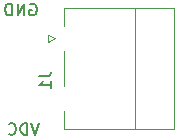
<source format=gbr>
G04 #@! TF.GenerationSoftware,KiCad,Pcbnew,(5.1.2)-1*
G04 #@! TF.CreationDate,2020-10-29T23:57:23+01:00*
G04 #@! TF.ProjectId,SolderingRT1,536f6c64-6572-4696-9e67-5254312e6b69,rev?*
G04 #@! TF.SameCoordinates,Original*
G04 #@! TF.FileFunction,Legend,Bot*
G04 #@! TF.FilePolarity,Positive*
%FSLAX46Y46*%
G04 Gerber Fmt 4.6, Leading zero omitted, Abs format (unit mm)*
G04 Created by KiCad (PCBNEW (5.1.2)-1) date 2020-10-29 23:57:23*
%MOMM*%
%LPD*%
G04 APERTURE LIST*
%ADD10C,0.150000*%
%ADD11C,0.120000*%
G04 APERTURE END LIST*
D10*
X116933333Y-113752380D02*
X116600000Y-114752380D01*
X116266666Y-113752380D01*
X115933333Y-114752380D02*
X115933333Y-113752380D01*
X115695238Y-113752380D01*
X115552380Y-113800000D01*
X115457142Y-113895238D01*
X115409523Y-113990476D01*
X115361904Y-114180952D01*
X115361904Y-114323809D01*
X115409523Y-114514285D01*
X115457142Y-114609523D01*
X115552380Y-114704761D01*
X115695238Y-114752380D01*
X115933333Y-114752380D01*
X114361904Y-114657142D02*
X114409523Y-114704761D01*
X114552380Y-114752380D01*
X114647619Y-114752380D01*
X114790476Y-114704761D01*
X114885714Y-114609523D01*
X114933333Y-114514285D01*
X114980952Y-114323809D01*
X114980952Y-114180952D01*
X114933333Y-113990476D01*
X114885714Y-113895238D01*
X114790476Y-113800000D01*
X114647619Y-113752380D01*
X114552380Y-113752380D01*
X114409523Y-113800000D01*
X114361904Y-113847619D01*
X116161904Y-103700000D02*
X116257142Y-103652380D01*
X116400000Y-103652380D01*
X116542857Y-103700000D01*
X116638095Y-103795238D01*
X116685714Y-103890476D01*
X116733333Y-104080952D01*
X116733333Y-104223809D01*
X116685714Y-104414285D01*
X116638095Y-104509523D01*
X116542857Y-104604761D01*
X116400000Y-104652380D01*
X116304761Y-104652380D01*
X116161904Y-104604761D01*
X116114285Y-104557142D01*
X116114285Y-104223809D01*
X116304761Y-104223809D01*
X115685714Y-104652380D02*
X115685714Y-103652380D01*
X115114285Y-104652380D01*
X115114285Y-103652380D01*
X114638095Y-104652380D02*
X114638095Y-103652380D01*
X114400000Y-103652380D01*
X114257142Y-103700000D01*
X114161904Y-103795238D01*
X114114285Y-103890476D01*
X114066666Y-104080952D01*
X114066666Y-104223809D01*
X114114285Y-104414285D01*
X114161904Y-104509523D01*
X114257142Y-104604761D01*
X114400000Y-104652380D01*
X114638095Y-104652380D01*
D11*
X119020000Y-103980000D02*
X128380000Y-103980000D01*
X128380000Y-103980000D02*
X128380000Y-114300000D01*
X128380000Y-114300000D02*
X119020000Y-114300000D01*
X119020000Y-103980000D02*
X119020000Y-105550000D01*
X119020000Y-114300000D02*
X119020000Y-112730000D01*
X119020000Y-107650000D02*
X119020000Y-110630000D01*
X125100000Y-103980000D02*
X125100000Y-114300000D01*
X117700000Y-106900000D02*
X118300000Y-106600000D01*
X118300000Y-106600000D02*
X117700000Y-106300000D01*
X117700000Y-106300000D02*
X117700000Y-106900000D01*
D10*
X116952380Y-109806666D02*
X117666666Y-109806666D01*
X117809523Y-109759047D01*
X117904761Y-109663809D01*
X117952380Y-109520952D01*
X117952380Y-109425714D01*
X117952380Y-110806666D02*
X117952380Y-110235238D01*
X117952380Y-110520952D02*
X116952380Y-110520952D01*
X117095238Y-110425714D01*
X117190476Y-110330476D01*
X117238095Y-110235238D01*
M02*

</source>
